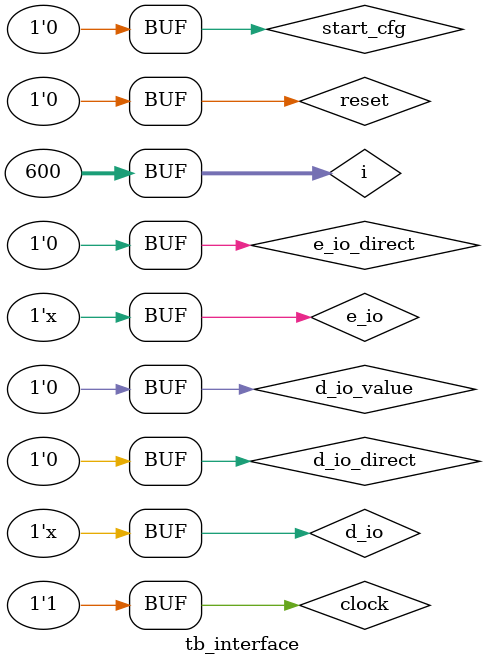
<source format=v>
module TB_TS4(input clock,input reset);
	reg foo;
	always @(posedge clock)
		foo <= 0;
endmodule

module tb_interface();

reg         clock                   ;
reg         reset                   ;
wire        d_io                    ;
reg	       d_io_direct            ;
reg	       d_io_value             ;
wire        e_io                    ;
reg	       e_io_direct            ;
reg	       e_io_value             ;
wire        cfg_done                ;
wire        debug_cstatus           ;
wire        debug_nstatus           ;
wire        debug_difclk            ;
 reg        debug_difclk_reg            ;
wire        debug_flag_read_done    ;
wire[15:0]  debug_LUT_cnt;

reg start_cfg;
wire lighthouse_detected;
wire [0:14] cfg_data_reply;

localparam defOUT = 1;
localparam defIN = 0;

assign d_io = d_io_direct ? d_io_value:1'bz;
assign e_io = e_io_direct ? e_io_value:1'bz;

TS43231_init uut (
    .clock                   (    clock                   ),
    .reset                   (    reset                   ),
    .d_io                    (    d_io                    ),
    .e_io                    (    e_io                    ),
    .cfg_done                (    cfg_done                ),
    .debug_cstatus           (    debug_cstatus           ),
    .debug_nstatus           (    debug_nstatus           ),
    .debug_difclk            (    debug_difclk            ),
    .debug_flag_read_done    (    debug_flag_read_done    ),
	 .debug_LUT_cnt			  ( 	 debug_LUT_cnt),
	 .start_cfg (start_cfg),
	 .lighthouse_detected(lighthouse_detected),
	 .cfg_data_reply (cfg_data_reply)
);

TB_TS4 u0(
	.clock                   (    clock                   ),
   .reset                   (    reset                   )
);

parameter PERIOD = 10;
integer i = 0;

initial begin

	 clock = 1'b0;
	 start_cfg = 1'b0;
	 for (i = 0; i < 600; i = i + 1) begin
		#(PERIOD/2) clock = 0;
		case (i)
			1: begin 
				reset = 0;
				d_io_direct = defIN; 
				e_io_direct = defIN; 
			end
			2: reset = 1;
			3: reset = 0;
			5: begin 
					d_io_direct = defOUT; 
					d_io_value = 1;
				end
			20: d_io_value = 1'b0; 
			25: d_io_direct = defIN; 
			250:begin
					d_io_direct = defOUT; 
					d_io_value = 1;
				end
			/*261:d_io_value = 0;
			262:d_io_value = 1;
			263:d_io_value = 0;
			264:d_io_value = 1;
			265:d_io_value = 0;
			266:d_io_value = 1;
			267:d_io_value = 0;
			268:d_io_value = 1;
			269:d_io_value = 0;
			270:d_io_value = 1;
			271:d_io_value = 0;
			272:d_io_value = 1;*/
			400:start_cfg = 1;
			420:start_cfg = 0;
			430:begin
					d_io_direct = defOUT; 
					d_io_value = 1;
				 end
			440: d_io_value = 1'b0; 
			445: d_io_direct = defIN; 
		endcase
		#(PERIOD/2) clock = 1;
	 end
	 /*
	 for (i = 0; i < 240; i = i + 1) begin
		#(PERIOD/2) clock = 0;
		case (i)
			1: begin 
				reset = 0;
				d_io_direct = defIN; 
				e_io_direct = defIN; 
			end
			2: reset = 1;
			3: reset = 0;
			5: begin 
					d_io_direct = defOUT; 
					d_io_value = 1;
				end
			20: d_io_value = 1'b0; 
			25: d_io_direct = defIN; 
		endcase
		#(PERIOD/2) clock = 1;
	 end*/
end

endmodule





</source>
